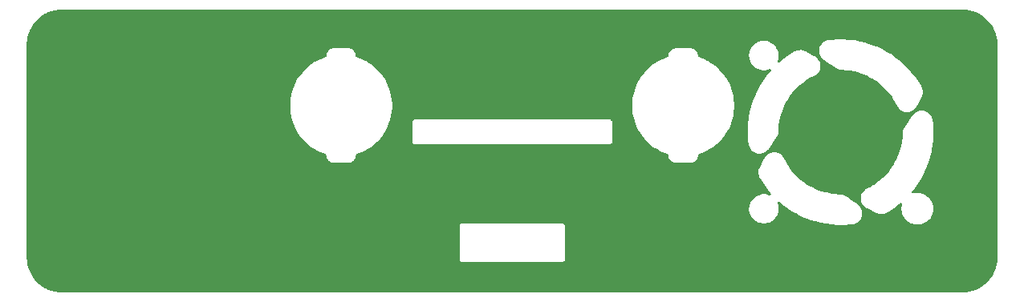
<source format=gbr>
%TF.GenerationSoftware,KiCad,Pcbnew,9.0.0*%
%TF.CreationDate,2025-05-19T23:18:48-04:00*%
%TF.ProjectId,TS_Back_Endcap,54535f42-6163-46b5-9f45-6e646361702e,rev?*%
%TF.SameCoordinates,Original*%
%TF.FileFunction,Copper,L1,Top*%
%TF.FilePolarity,Positive*%
%FSLAX46Y46*%
G04 Gerber Fmt 4.6, Leading zero omitted, Abs format (unit mm)*
G04 Created by KiCad (PCBNEW 9.0.0) date 2025-05-19 23:18:48*
%MOMM*%
%LPD*%
G01*
G04 APERTURE LIST*
%TA.AperFunction,ComponentPad*%
%ADD10C,5.250000*%
%TD*%
%TA.AperFunction,ComponentPad*%
%ADD11C,8.000000*%
%TD*%
%TA.AperFunction,ViaPad*%
%ADD12C,0.508000*%
%TD*%
G04 APERTURE END LIST*
D10*
%TO.P,H1,1,1*%
%TO.N,GND*%
X104000000Y-116000000D03*
%TD*%
D11*
%TO.P,H5,1,1*%
%TO.N,GND*%
X115160000Y-99375000D03*
%TD*%
D10*
%TO.P,H4,1,1*%
%TO.N,GND*%
X104000000Y-93500000D03*
%TD*%
%TO.P,H3,1,1*%
%TO.N,GND*%
X199000000Y-93500000D03*
%TD*%
%TO.P,H2,1,1*%
%TO.N,GND*%
X199000000Y-116000000D03*
%TD*%
D12*
%TO.N,GND*%
X133500000Y-119000000D03*
X131500000Y-90500000D03*
X202000000Y-106750000D03*
X117376780Y-101591780D03*
X107500000Y-90500000D03*
X202000000Y-96750000D03*
X191500000Y-119000000D03*
X171500000Y-90500000D03*
X101625000Y-116000000D03*
X155500000Y-90500000D03*
X171663560Y-105568549D03*
X137500000Y-90500000D03*
X101000000Y-102750000D03*
X101000000Y-104750000D03*
X129500000Y-119000000D03*
X127500000Y-90500000D03*
X113500000Y-90500000D03*
X202000000Y-102750000D03*
X197325000Y-95175000D03*
X187500000Y-90500000D03*
X115500000Y-90500000D03*
X101000000Y-100750000D03*
X139500000Y-119000000D03*
X173500000Y-90500000D03*
X199000000Y-91125000D03*
X200675000Y-91825000D03*
X175500000Y-119000000D03*
X185500000Y-119000000D03*
X157660000Y-114430000D03*
X106375000Y-116000000D03*
X196625000Y-116000000D03*
X111500000Y-90500000D03*
X139535000Y-99946574D03*
X173500000Y-119000000D03*
X102325000Y-91825000D03*
X193500000Y-90500000D03*
X123500000Y-119000000D03*
X183500000Y-119000000D03*
X151510000Y-111780000D03*
X195500000Y-90500000D03*
X177500000Y-90500000D03*
X167500000Y-90500000D03*
X145500000Y-119000000D03*
X121500000Y-90500000D03*
X121500000Y-119000000D03*
X151510000Y-99950000D03*
X167456450Y-105568549D03*
X133500000Y-90500000D03*
X117500000Y-119000000D03*
X181500000Y-119000000D03*
X167456454Y-94341443D03*
X127500000Y-119000000D03*
X139500000Y-90500000D03*
X167500000Y-119000000D03*
X123500000Y-90500000D03*
X113500000Y-119000000D03*
X104000000Y-95875000D03*
X101000000Y-106750000D03*
X112025000Y-99375000D03*
X159500000Y-119000000D03*
X149500000Y-119000000D03*
X105675000Y-95175000D03*
X117500000Y-90500000D03*
X197325000Y-114325000D03*
X107500000Y-119000000D03*
X169500000Y-119000000D03*
X135500000Y-90500000D03*
X149500000Y-90500000D03*
X141500000Y-119000000D03*
X135563553Y-94341440D03*
X197325000Y-91825000D03*
X161500000Y-90500000D03*
X159500000Y-90500000D03*
X199000000Y-113625000D03*
X185500000Y-90500000D03*
X163500000Y-119000000D03*
X202000000Y-110750000D03*
X195500000Y-119000000D03*
X102325000Y-114325000D03*
X161500000Y-119000000D03*
X101000000Y-98750000D03*
X105675000Y-117675000D03*
X202000000Y-108750000D03*
X112943220Y-101591780D03*
X157500000Y-119000000D03*
X184725000Y-96075000D03*
X102325000Y-117675000D03*
X202000000Y-104750000D03*
X165500000Y-119000000D03*
X175635000Y-99946574D03*
X153500000Y-119000000D03*
X129500000Y-90500000D03*
X189500000Y-90500000D03*
X197325000Y-117675000D03*
X200675000Y-114325000D03*
X202000000Y-112750000D03*
X101625000Y-93500000D03*
X119500000Y-119000000D03*
X102325000Y-95175000D03*
X105675000Y-91825000D03*
X115500000Y-119000000D03*
X109500000Y-119000000D03*
X135500000Y-119000000D03*
X151500000Y-119000000D03*
X199000000Y-95875000D03*
X101000000Y-96750000D03*
X109500000Y-90500000D03*
X131356450Y-105568549D03*
X112943220Y-97158220D03*
X147500000Y-119000000D03*
X202000000Y-98750000D03*
X157660000Y-105625000D03*
X135563560Y-105568549D03*
X187500000Y-119000000D03*
X200675000Y-95175000D03*
X171663553Y-94341440D03*
X131500000Y-119000000D03*
X151500000Y-90500000D03*
X187595000Y-109414223D03*
X192819223Y-101299223D03*
X147500000Y-90500000D03*
X111500000Y-119000000D03*
X155500000Y-119000000D03*
X141500000Y-90500000D03*
X125500000Y-119000000D03*
X191500000Y-90500000D03*
X179500000Y-90500000D03*
X127385008Y-99955003D03*
X196625000Y-93500000D03*
X193500000Y-119000000D03*
X181500000Y-90500000D03*
X202000000Y-100750000D03*
X137500000Y-119000000D03*
X153500000Y-90500000D03*
X163500000Y-90500000D03*
X175500000Y-90500000D03*
X119500000Y-90500000D03*
X104000000Y-91125000D03*
X106375000Y-93500000D03*
X201375000Y-93500000D03*
X101000000Y-108750000D03*
X105675000Y-114325000D03*
X199000000Y-118375000D03*
X177500000Y-105568549D03*
X115160000Y-102510000D03*
X189500000Y-119000000D03*
X163485008Y-99955003D03*
X145360000Y-114430000D03*
X101000000Y-110750000D03*
X117376780Y-97158220D03*
X131356454Y-94341443D03*
X177500000Y-119000000D03*
X165500000Y-90500000D03*
X145360000Y-105568549D03*
X201375000Y-116000000D03*
X171500000Y-119000000D03*
X118295000Y-99375000D03*
X157500000Y-90500000D03*
X143500000Y-90500000D03*
X125260000Y-105568549D03*
X101000000Y-112750000D03*
X104000000Y-118375000D03*
X115160000Y-96240000D03*
X104000000Y-113625000D03*
X143500000Y-119000000D03*
X125500000Y-90500000D03*
X179500000Y-119000000D03*
X169500000Y-90500000D03*
X200675000Y-117675000D03*
X183500000Y-90500000D03*
X145500000Y-90500000D03*
%TD*%
%TA.AperFunction,Conductor*%
%TO.N,GND*%
G36*
X199003032Y-89800648D02*
G01*
X199356532Y-89818015D01*
X199368640Y-89819208D01*
X199477576Y-89835367D01*
X199715717Y-89870692D01*
X199727635Y-89873062D01*
X200068008Y-89958321D01*
X200079646Y-89961852D01*
X200409996Y-90080054D01*
X200421237Y-90084710D01*
X200646857Y-90191419D01*
X200738433Y-90234731D01*
X200749150Y-90240459D01*
X201050102Y-90420843D01*
X201060220Y-90427603D01*
X201342049Y-90636622D01*
X201351455Y-90644342D01*
X201611436Y-90879974D01*
X201620025Y-90888563D01*
X201781782Y-91067035D01*
X201855657Y-91148544D01*
X201863377Y-91157950D01*
X202072396Y-91439779D01*
X202079156Y-91449897D01*
X202259533Y-91750837D01*
X202265270Y-91761570D01*
X202415289Y-92078762D01*
X202419945Y-92090003D01*
X202538147Y-92420353D01*
X202541680Y-92431998D01*
X202626934Y-92772351D01*
X202629308Y-92784287D01*
X202680791Y-93131359D01*
X202681984Y-93143468D01*
X202699351Y-93496966D01*
X202699500Y-93503051D01*
X202699500Y-115996948D01*
X202699351Y-116003033D01*
X202681984Y-116356531D01*
X202680791Y-116368640D01*
X202629308Y-116715712D01*
X202626934Y-116727648D01*
X202541680Y-117068001D01*
X202538147Y-117079646D01*
X202419945Y-117409996D01*
X202415289Y-117421237D01*
X202265270Y-117738429D01*
X202259533Y-117749162D01*
X202079156Y-118050102D01*
X202072396Y-118060220D01*
X201863377Y-118342049D01*
X201855657Y-118351455D01*
X201620033Y-118611428D01*
X201611428Y-118620033D01*
X201351455Y-118855657D01*
X201342049Y-118863377D01*
X201060220Y-119072396D01*
X201050102Y-119079156D01*
X200749162Y-119259533D01*
X200738429Y-119265270D01*
X200421237Y-119415289D01*
X200409996Y-119419945D01*
X200079646Y-119538147D01*
X200068001Y-119541680D01*
X199727648Y-119626934D01*
X199715712Y-119629308D01*
X199368640Y-119680791D01*
X199356531Y-119681984D01*
X199023016Y-119698369D01*
X199003031Y-119699351D01*
X198996949Y-119699500D01*
X104003051Y-119699500D01*
X103996968Y-119699351D01*
X103975811Y-119698311D01*
X103643468Y-119681984D01*
X103631359Y-119680791D01*
X103284287Y-119629308D01*
X103272351Y-119626934D01*
X102931998Y-119541680D01*
X102920353Y-119538147D01*
X102590003Y-119419945D01*
X102578762Y-119415289D01*
X102261570Y-119265270D01*
X102250842Y-119259535D01*
X101949897Y-119079156D01*
X101939779Y-119072396D01*
X101657950Y-118863377D01*
X101648544Y-118855657D01*
X101532295Y-118750296D01*
X101388563Y-118620025D01*
X101379974Y-118611436D01*
X101144342Y-118351455D01*
X101136622Y-118342049D01*
X100927603Y-118060220D01*
X100920843Y-118050102D01*
X100740459Y-117749150D01*
X100734729Y-117738429D01*
X100584710Y-117421237D01*
X100580054Y-117409996D01*
X100461852Y-117079646D01*
X100458319Y-117068001D01*
X100373062Y-116727635D01*
X100370691Y-116715712D01*
X100319208Y-116368640D01*
X100318015Y-116356530D01*
X100300649Y-116003032D01*
X100300500Y-115996948D01*
X100300500Y-112640438D01*
X145959500Y-112640438D01*
X145959500Y-116219562D01*
X145973152Y-116270513D01*
X145979979Y-116295990D01*
X145979982Y-116295995D01*
X146019535Y-116364504D01*
X146019539Y-116364509D01*
X146019540Y-116364511D01*
X146075489Y-116420460D01*
X146075491Y-116420461D01*
X146075495Y-116420464D01*
X146144004Y-116460017D01*
X146144011Y-116460021D01*
X146220438Y-116480500D01*
X146220440Y-116480500D01*
X156799560Y-116480500D01*
X156799562Y-116480500D01*
X156875989Y-116460021D01*
X156944511Y-116420460D01*
X157000460Y-116364511D01*
X157040021Y-116295989D01*
X157060500Y-116219562D01*
X157060500Y-112640438D01*
X157040021Y-112564011D01*
X157020674Y-112530500D01*
X157000464Y-112495495D01*
X157000458Y-112495487D01*
X156944512Y-112439541D01*
X156944504Y-112439535D01*
X156875995Y-112399982D01*
X156875990Y-112399979D01*
X156850513Y-112393152D01*
X156799562Y-112379500D01*
X146299562Y-112379500D01*
X146220438Y-112379500D01*
X146182224Y-112389739D01*
X146144009Y-112399979D01*
X146144004Y-112399982D01*
X146075495Y-112439535D01*
X146075487Y-112439541D01*
X146019541Y-112495487D01*
X146019535Y-112495495D01*
X145979982Y-112564004D01*
X145979979Y-112564009D01*
X145966326Y-112614962D01*
X145959500Y-112640438D01*
X100300500Y-112640438D01*
X100300500Y-110732973D01*
X176509500Y-110732973D01*
X176509500Y-110761933D01*
X176509500Y-110977027D01*
X176547679Y-111218076D01*
X176623096Y-111450185D01*
X176698230Y-111597645D01*
X176733896Y-111667642D01*
X176877339Y-111865076D01*
X176877343Y-111865081D01*
X177049918Y-112037656D01*
X177049923Y-112037660D01*
X177159692Y-112117411D01*
X177247361Y-112181106D01*
X177464815Y-112291904D01*
X177696924Y-112367321D01*
X177937973Y-112405500D01*
X177937974Y-112405500D01*
X178182026Y-112405500D01*
X178182027Y-112405500D01*
X178423076Y-112367321D01*
X178655185Y-112291904D01*
X178872639Y-112181106D01*
X179070083Y-112037655D01*
X179242655Y-111865083D01*
X179386106Y-111667639D01*
X179496904Y-111450185D01*
X179572321Y-111218076D01*
X179610500Y-110977027D01*
X179610500Y-110732973D01*
X179572321Y-110491924D01*
X179496904Y-110259815D01*
X179496902Y-110259813D01*
X179495564Y-110255692D01*
X179493569Y-110185851D01*
X179529649Y-110126018D01*
X179592350Y-110095190D01*
X179661764Y-110103155D01*
X179697306Y-110125987D01*
X179731306Y-110157168D01*
X179760508Y-110183949D01*
X180234563Y-110567297D01*
X180601073Y-110827742D01*
X180731529Y-110920445D01*
X180822661Y-110977026D01*
X181249476Y-111242022D01*
X181249478Y-111242023D01*
X181249477Y-111242023D01*
X181432674Y-111340548D01*
X181786409Y-111530790D01*
X182340250Y-111785631D01*
X182908858Y-112005560D01*
X182908867Y-112005562D01*
X182908870Y-112005564D01*
X183010141Y-112037655D01*
X183490036Y-112189727D01*
X184081535Y-112337420D01*
X184681069Y-112448067D01*
X185286321Y-112521242D01*
X185894950Y-112556660D01*
X186504604Y-112554186D01*
X187112926Y-112513828D01*
X187384908Y-112478700D01*
X187385036Y-112478684D01*
X187415231Y-112474815D01*
X187415232Y-112474816D01*
X187515145Y-112462017D01*
X187707545Y-112402291D01*
X187886828Y-112310407D01*
X188047664Y-112189095D01*
X188185274Y-112041960D01*
X188295567Y-111873377D01*
X188375265Y-111688355D01*
X188422000Y-111492393D01*
X188434383Y-111291317D01*
X188422250Y-111182573D01*
X188412045Y-111091105D01*
X188412044Y-111091104D01*
X188412044Y-111091102D01*
X188355649Y-110897700D01*
X188335716Y-110857096D01*
X188301038Y-110786453D01*
X188266873Y-110716857D01*
X188166852Y-110579375D01*
X188148359Y-110553955D01*
X188148357Y-110553952D01*
X188120958Y-110527425D01*
X188003619Y-110413821D01*
X187920237Y-110357308D01*
X187861803Y-110317615D01*
X187167523Y-109846007D01*
X187011620Y-109740106D01*
X188283233Y-109740106D01*
X188283233Y-109740113D01*
X188297175Y-109939823D01*
X188345004Y-110134222D01*
X188345007Y-110134231D01*
X188425321Y-110317610D01*
X188425323Y-110317614D01*
X188535768Y-110484596D01*
X188535771Y-110484599D01*
X188673097Y-110630272D01*
X188833281Y-110750367D01*
X188833282Y-110750368D01*
X188879772Y-110774137D01*
X188879777Y-110774139D01*
X188882603Y-110775584D01*
X188887114Y-110777890D01*
X188887254Y-110778017D01*
X188920604Y-110795017D01*
X188920610Y-110795020D01*
X188920611Y-110795021D01*
X188934183Y-110801945D01*
X188964803Y-110817567D01*
X188973630Y-110822070D01*
X188973863Y-110822166D01*
X189940411Y-111314869D01*
X189940415Y-111314869D01*
X189947735Y-111318601D01*
X189948023Y-111318724D01*
X189990780Y-111340547D01*
X190174165Y-111398639D01*
X190364599Y-111425834D01*
X190556914Y-111421394D01*
X190745891Y-111385441D01*
X190926400Y-111318948D01*
X191008680Y-111272048D01*
X191008680Y-111272049D01*
X191008695Y-111272039D01*
X191009914Y-111271346D01*
X191009913Y-111271345D01*
X191009962Y-111271318D01*
X191013598Y-111269246D01*
X191274803Y-111120499D01*
X191784805Y-110786460D01*
X192273062Y-110421372D01*
X192447259Y-110273380D01*
X192511095Y-110244978D01*
X192580153Y-110255596D01*
X192632508Y-110301864D01*
X192651537Y-110369092D01*
X192647318Y-110399975D01*
X192613167Y-110527426D01*
X192584501Y-110745171D01*
X192584500Y-110745188D01*
X192584500Y-110964811D01*
X192584501Y-110964828D01*
X192613167Y-111182573D01*
X192670014Y-111394729D01*
X192746016Y-111578214D01*
X192754065Y-111597645D01*
X192863884Y-111787855D01*
X192863889Y-111787861D01*
X192863890Y-111787863D01*
X192997588Y-111962102D01*
X192997594Y-111962109D01*
X193152890Y-112117405D01*
X193152896Y-112117410D01*
X193327145Y-112251116D01*
X193517355Y-112360935D01*
X193562175Y-112379500D01*
X193720270Y-112444985D01*
X193720271Y-112444985D01*
X193720273Y-112444986D01*
X193932425Y-112501832D01*
X194150182Y-112530500D01*
X194150189Y-112530500D01*
X194369811Y-112530500D01*
X194369818Y-112530500D01*
X194587575Y-112501832D01*
X194799727Y-112444986D01*
X195002645Y-112360935D01*
X195192855Y-112251116D01*
X195367104Y-112117410D01*
X195522410Y-111962104D01*
X195656116Y-111787855D01*
X195765935Y-111597645D01*
X195849986Y-111394727D01*
X195906832Y-111182575D01*
X195935500Y-110964818D01*
X195935500Y-110745182D01*
X195906832Y-110527425D01*
X195849986Y-110315273D01*
X195840998Y-110293575D01*
X195774995Y-110134228D01*
X195765935Y-110112355D01*
X195656116Y-109922145D01*
X195597693Y-109846007D01*
X195522411Y-109747897D01*
X195522405Y-109747890D01*
X195367109Y-109592594D01*
X195367102Y-109592588D01*
X195192863Y-109458890D01*
X195192861Y-109458889D01*
X195192855Y-109458884D01*
X195002645Y-109349065D01*
X195002641Y-109349063D01*
X194799729Y-109265014D01*
X194587573Y-109208167D01*
X194369828Y-109179501D01*
X194369823Y-109179500D01*
X194369818Y-109179500D01*
X194150182Y-109179500D01*
X194150176Y-109179500D01*
X194150171Y-109179501D01*
X193932426Y-109208167D01*
X193806727Y-109241848D01*
X193736877Y-109240185D01*
X193679015Y-109201022D01*
X193651511Y-109136793D01*
X193663098Y-109067891D01*
X193678211Y-109044107D01*
X193972297Y-108680437D01*
X194325443Y-108183474D01*
X194647022Y-107665524D01*
X194935790Y-107128591D01*
X195190631Y-106574750D01*
X195410560Y-106006142D01*
X195594727Y-105424964D01*
X195742420Y-104833465D01*
X195782485Y-104616378D01*
X195853065Y-104233941D01*
X195853067Y-104233931D01*
X195926242Y-103628679D01*
X195961660Y-103020050D01*
X195959186Y-102410396D01*
X195918828Y-101802074D01*
X195918826Y-101802064D01*
X195918826Y-101802053D01*
X195883677Y-101529913D01*
X195883660Y-101529784D01*
X195879815Y-101499768D01*
X195879816Y-101499768D01*
X195867017Y-101399855D01*
X195846685Y-101334359D01*
X195807293Y-101207461D01*
X195807292Y-101207459D01*
X195807291Y-101207455D01*
X195752766Y-101101066D01*
X195715408Y-101028173D01*
X195715403Y-101028167D01*
X195690027Y-100994523D01*
X195594095Y-100867336D01*
X195446960Y-100729726D01*
X195278377Y-100619433D01*
X195278372Y-100619430D01*
X195093360Y-100539737D01*
X195093357Y-100539736D01*
X195093355Y-100539735D01*
X195093353Y-100539734D01*
X195093349Y-100539733D01*
X194897397Y-100493001D01*
X194897393Y-100493000D01*
X194696317Y-100480617D01*
X194696316Y-100480617D01*
X194696313Y-100480617D01*
X194496105Y-100502954D01*
X194496104Y-100502955D01*
X194302697Y-100559351D01*
X194121858Y-100648126D01*
X194121851Y-100648130D01*
X193958955Y-100766640D01*
X193958946Y-100766648D01*
X193818826Y-100911373D01*
X193818821Y-100911379D01*
X193762470Y-100994523D01*
X193762398Y-100994629D01*
X192964871Y-102168713D01*
X192964793Y-102168828D01*
X192963997Y-102169997D01*
X192963981Y-102170009D01*
X192887108Y-102283118D01*
X192835702Y-102389240D01*
X192816182Y-102429542D01*
X192813111Y-102435881D01*
X192762052Y-102597755D01*
X192762051Y-102597759D01*
X192735011Y-102765323D01*
X192735010Y-102765330D01*
X192733842Y-102847881D01*
X192733688Y-102852535D01*
X192708747Y-103334394D01*
X192707927Y-103343589D01*
X192647491Y-103820016D01*
X192645989Y-103829125D01*
X192550274Y-104299727D01*
X192548099Y-104308699D01*
X192417634Y-104770890D01*
X192414797Y-104779675D01*
X192250308Y-105230871D01*
X192246825Y-105239421D01*
X192049226Y-105677124D01*
X192045117Y-105685391D01*
X191815498Y-106107183D01*
X191810785Y-106115122D01*
X191550413Y-106518673D01*
X191545123Y-106526238D01*
X191255473Y-106909268D01*
X191249634Y-106916420D01*
X190932260Y-107276872D01*
X190925905Y-107283569D01*
X190582606Y-107619396D01*
X190575771Y-107625601D01*
X190208442Y-107934952D01*
X190201164Y-107940632D01*
X189811838Y-108221797D01*
X189804158Y-108226920D01*
X189394982Y-108478345D01*
X189386942Y-108482882D01*
X188958127Y-108704236D01*
X188954249Y-108706152D01*
X188953731Y-108706396D01*
X188913020Y-108725527D01*
X188912766Y-108725764D01*
X188903780Y-108730013D01*
X188903750Y-108730017D01*
X188903650Y-108730075D01*
X188865492Y-108748060D01*
X188783508Y-108805502D01*
X188701527Y-108862942D01*
X188701525Y-108862944D01*
X188559582Y-109004125D01*
X188559582Y-109004126D01*
X188443824Y-109167470D01*
X188443821Y-109167474D01*
X188357653Y-109348170D01*
X188357651Y-109348175D01*
X188303590Y-109540942D01*
X188283233Y-109740106D01*
X187011620Y-109740106D01*
X186749135Y-109561806D01*
X186749120Y-109561796D01*
X186748267Y-109561216D01*
X186745088Y-109559056D01*
X186745073Y-109559037D01*
X186631881Y-109482108D01*
X186575608Y-109454850D01*
X186479122Y-109408112D01*
X186365921Y-109372406D01*
X186317244Y-109357052D01*
X186317240Y-109357051D01*
X186149676Y-109330011D01*
X186149669Y-109330010D01*
X186081536Y-109329046D01*
X186067106Y-109328841D01*
X186062464Y-109328688D01*
X185580605Y-109303747D01*
X185571410Y-109302927D01*
X185094983Y-109242491D01*
X185085874Y-109240989D01*
X184615272Y-109145274D01*
X184606300Y-109143099D01*
X184144109Y-109012634D01*
X184135324Y-109009797D01*
X183684128Y-108845308D01*
X183675578Y-108841825D01*
X183237875Y-108644226D01*
X183229608Y-108640117D01*
X182807816Y-108410498D01*
X182799877Y-108405785D01*
X182396326Y-108145413D01*
X182388768Y-108140128D01*
X182005717Y-107850462D01*
X181998579Y-107844634D01*
X181638127Y-107527260D01*
X181631430Y-107520905D01*
X181396097Y-107280336D01*
X181295600Y-107177602D01*
X181289398Y-107170771D01*
X181253876Y-107128591D01*
X180980042Y-106803436D01*
X180974367Y-106796164D01*
X180693196Y-106406829D01*
X180688085Y-106399168D01*
X180436654Y-105989982D01*
X180432117Y-105981942D01*
X180333316Y-105790541D01*
X180210753Y-105553107D01*
X180208845Y-105549246D01*
X180189473Y-105508020D01*
X180189232Y-105507764D01*
X180184959Y-105498725D01*
X180184953Y-105498691D01*
X180184895Y-105498589D01*
X180166942Y-105460497D01*
X180166939Y-105460493D01*
X180166938Y-105460490D01*
X180052058Y-105296527D01*
X179910875Y-105154583D01*
X179747531Y-105038825D01*
X179747529Y-105038824D01*
X179747525Y-105038821D01*
X179566829Y-104952653D01*
X179566824Y-104952651D01*
X179374057Y-104898590D01*
X179174893Y-104878233D01*
X179174886Y-104878233D01*
X178975176Y-104892175D01*
X178780777Y-104940004D01*
X178780768Y-104940007D01*
X178597389Y-105020321D01*
X178597384Y-105020324D01*
X178430403Y-105130768D01*
X178430400Y-105130771D01*
X178284727Y-105268097D01*
X178164634Y-105428279D01*
X178164632Y-105428282D01*
X178140807Y-105474876D01*
X178140808Y-105474877D01*
X178137107Y-105482114D01*
X178136983Y-105482254D01*
X178119063Y-105517407D01*
X178093185Y-105568129D01*
X178093085Y-105568368D01*
X177641658Y-106453945D01*
X177641587Y-106454019D01*
X177574361Y-106585800D01*
X177516302Y-106769189D01*
X177489135Y-106959619D01*
X177493593Y-107151936D01*
X177529555Y-107340894D01*
X177529557Y-107340899D01*
X177596050Y-107521397D01*
X177596051Y-107521399D01*
X177642642Y-107603138D01*
X177642659Y-107603168D01*
X177649456Y-107615100D01*
X177649464Y-107615114D01*
X177794494Y-107869792D01*
X177794499Y-107869800D01*
X177794501Y-107869803D01*
X178128540Y-108379805D01*
X178493628Y-108868062D01*
X178519396Y-108898393D01*
X178794427Y-109222128D01*
X178822830Y-109285964D01*
X178812212Y-109355022D01*
X178765944Y-109407377D01*
X178698716Y-109426406D01*
X178660163Y-109418542D01*
X178659819Y-109419602D01*
X178655186Y-109418096D01*
X178655185Y-109418096D01*
X178423076Y-109342679D01*
X178423074Y-109342678D01*
X178423072Y-109342678D01*
X178254769Y-109316021D01*
X178182027Y-109304500D01*
X177937973Y-109304500D01*
X177882093Y-109313350D01*
X177696927Y-109342678D01*
X177464812Y-109418097D01*
X177247357Y-109528896D01*
X177049923Y-109672339D01*
X177049918Y-109672343D01*
X176877343Y-109844918D01*
X176877339Y-109844923D01*
X176733896Y-110042357D01*
X176623097Y-110259812D01*
X176547678Y-110491927D01*
X176512053Y-110716857D01*
X176509500Y-110732973D01*
X100300500Y-110732973D01*
X100300500Y-99732808D01*
X128084494Y-99732808D01*
X128084494Y-100177191D01*
X128121165Y-100620042D01*
X128121166Y-100620048D01*
X128121167Y-100620055D01*
X128125849Y-100648130D01*
X128194264Y-101058384D01*
X128303281Y-101489172D01*
X128303282Y-101489177D01*
X128447481Y-101909505D01*
X128447484Y-101909513D01*
X128625884Y-102316517D01*
X128806831Y-102651130D01*
X128837261Y-102707402D01*
X129080177Y-103079513D01*
X129352972Y-103430307D01*
X129653787Y-103757391D01*
X129653791Y-103757395D01*
X129653795Y-103757399D01*
X129980574Y-104058539D01*
X129980580Y-104058544D01*
X130331076Y-104331674D01*
X130331082Y-104331678D01*
X130331085Y-104331680D01*
X130331089Y-104331683D01*
X130702956Y-104574972D01*
X131093631Y-104786742D01*
X131500451Y-104965549D01*
X131500458Y-104965551D01*
X131500470Y-104965556D01*
X131825855Y-105077549D01*
X131882839Y-105117979D01*
X131908918Y-105182799D01*
X131909500Y-105194798D01*
X131909500Y-105293846D01*
X131940261Y-105448489D01*
X131940264Y-105448501D01*
X132000602Y-105594172D01*
X132000609Y-105594185D01*
X132088210Y-105725288D01*
X132088213Y-105725292D01*
X132199707Y-105836786D01*
X132199711Y-105836789D01*
X132330814Y-105924390D01*
X132330827Y-105924397D01*
X132469755Y-105981942D01*
X132476503Y-105984737D01*
X132631153Y-106015499D01*
X132631156Y-106015500D01*
X132631158Y-106015500D01*
X134288844Y-106015500D01*
X134288845Y-106015499D01*
X134443497Y-105984737D01*
X134589179Y-105924394D01*
X134720289Y-105836789D01*
X134831789Y-105725289D01*
X134919394Y-105594179D01*
X134979737Y-105448497D01*
X135010500Y-105293842D01*
X135010500Y-105215000D01*
X135010500Y-105194798D01*
X135030185Y-105127759D01*
X135082989Y-105082004D01*
X135094145Y-105077549D01*
X135419529Y-104965556D01*
X135419531Y-104965554D01*
X135419549Y-104965549D01*
X135826369Y-104786742D01*
X136217044Y-104574972D01*
X136588911Y-104331683D01*
X136588923Y-104331674D01*
X136939419Y-104058544D01*
X136939425Y-104058539D01*
X136939425Y-104058538D01*
X136939430Y-104058535D01*
X137266213Y-103757391D01*
X137567028Y-103430307D01*
X137839823Y-103079513D01*
X138082739Y-102707402D01*
X138294117Y-102316514D01*
X138472515Y-101909515D01*
X138547673Y-101690437D01*
X140959500Y-101690437D01*
X140959500Y-103769562D01*
X140973019Y-103820016D01*
X140979979Y-103845990D01*
X140979982Y-103845995D01*
X141019535Y-103914504D01*
X141019539Y-103914509D01*
X141019540Y-103914511D01*
X141075489Y-103970460D01*
X141075491Y-103970461D01*
X141075495Y-103970464D01*
X141144004Y-104010017D01*
X141144011Y-104010021D01*
X141220438Y-104030500D01*
X141220440Y-104030500D01*
X161799560Y-104030500D01*
X161799562Y-104030500D01*
X161875989Y-104010021D01*
X161944511Y-103970460D01*
X162000460Y-103914511D01*
X162040021Y-103845989D01*
X162060500Y-103769562D01*
X162060500Y-103690438D01*
X162060500Y-101690437D01*
X162040021Y-101614010D01*
X162018340Y-101576457D01*
X162000464Y-101545494D01*
X162000458Y-101545486D01*
X161944512Y-101489540D01*
X161944504Y-101489534D01*
X161875995Y-101449981D01*
X161875990Y-101449978D01*
X161850513Y-101443151D01*
X161799562Y-101429499D01*
X141299562Y-101429499D01*
X141220438Y-101429499D01*
X141182224Y-101439738D01*
X141144009Y-101449978D01*
X141144004Y-101449981D01*
X141075495Y-101489534D01*
X141075487Y-101489540D01*
X141019541Y-101545486D01*
X141019535Y-101545494D01*
X140979982Y-101614003D01*
X140979979Y-101614008D01*
X140972460Y-101642071D01*
X140959500Y-101690437D01*
X138547673Y-101690437D01*
X138616716Y-101489182D01*
X138725736Y-101058382D01*
X138798833Y-100620055D01*
X138835506Y-100177190D01*
X138835506Y-99732810D01*
X138835506Y-99732808D01*
X164184494Y-99732808D01*
X164184494Y-100177191D01*
X164221165Y-100620042D01*
X164221166Y-100620048D01*
X164221167Y-100620055D01*
X164225849Y-100648130D01*
X164294264Y-101058384D01*
X164403281Y-101489172D01*
X164403282Y-101489177D01*
X164547481Y-101909505D01*
X164547484Y-101909513D01*
X164725884Y-102316517D01*
X164906831Y-102651130D01*
X164937261Y-102707402D01*
X165180177Y-103079513D01*
X165452972Y-103430307D01*
X165753787Y-103757391D01*
X165753791Y-103757395D01*
X165753795Y-103757399D01*
X166080574Y-104058539D01*
X166080580Y-104058544D01*
X166431076Y-104331674D01*
X166431082Y-104331678D01*
X166431085Y-104331680D01*
X166431089Y-104331683D01*
X166802956Y-104574972D01*
X167193631Y-104786742D01*
X167600451Y-104965549D01*
X167600458Y-104965551D01*
X167600470Y-104965556D01*
X167925855Y-105077549D01*
X167982839Y-105117979D01*
X168008918Y-105182799D01*
X168009500Y-105194798D01*
X168009500Y-105293846D01*
X168040261Y-105448489D01*
X168040264Y-105448501D01*
X168100602Y-105594172D01*
X168100609Y-105594185D01*
X168188210Y-105725288D01*
X168188213Y-105725292D01*
X168299707Y-105836786D01*
X168299711Y-105836789D01*
X168430814Y-105924390D01*
X168430827Y-105924397D01*
X168569755Y-105981942D01*
X168576503Y-105984737D01*
X168731153Y-106015499D01*
X168731156Y-106015500D01*
X168731158Y-106015500D01*
X170388844Y-106015500D01*
X170388845Y-106015499D01*
X170543497Y-105984737D01*
X170689179Y-105924394D01*
X170820289Y-105836789D01*
X170931789Y-105725289D01*
X171019394Y-105594179D01*
X171079737Y-105448497D01*
X171110500Y-105293842D01*
X171110500Y-105215000D01*
X171110500Y-105194798D01*
X171130185Y-105127759D01*
X171182989Y-105082004D01*
X171194145Y-105077549D01*
X171519529Y-104965556D01*
X171519531Y-104965554D01*
X171519549Y-104965549D01*
X171926369Y-104786742D01*
X172317044Y-104574972D01*
X172688911Y-104331683D01*
X172688923Y-104331674D01*
X173039419Y-104058544D01*
X173039425Y-104058539D01*
X173039425Y-104058538D01*
X173039430Y-104058535D01*
X173366213Y-103757391D01*
X173667028Y-103430307D01*
X173939823Y-103079513D01*
X174182739Y-102707402D01*
X174300328Y-102489953D01*
X176358339Y-102489953D01*
X176360814Y-103099612D01*
X176401172Y-103707932D01*
X176436223Y-103979314D01*
X176436239Y-103979441D01*
X176452982Y-104110140D01*
X176452985Y-104110155D01*
X176512706Y-104302538D01*
X176512709Y-104302545D01*
X176604591Y-104481826D01*
X176604593Y-104481828D01*
X176725905Y-104642664D01*
X176873040Y-104780274D01*
X177041623Y-104890567D01*
X177041625Y-104890568D01*
X177041627Y-104890569D01*
X177089609Y-104911237D01*
X177226645Y-104970265D01*
X177422607Y-105017000D01*
X177623683Y-105029383D01*
X177734685Y-105016998D01*
X177823894Y-105007045D01*
X177823894Y-105007044D01*
X177823898Y-105007044D01*
X178017300Y-104950649D01*
X178198143Y-104861873D01*
X178361049Y-104743356D01*
X178501179Y-104598619D01*
X178557692Y-104515237D01*
X178557708Y-104515247D01*
X178557782Y-104515104D01*
X178559303Y-104512865D01*
X179352345Y-103345382D01*
X179355953Y-103340076D01*
X179355969Y-103340062D01*
X179385183Y-103297076D01*
X179385184Y-103297077D01*
X179432890Y-103226884D01*
X179506888Y-103074122D01*
X179557948Y-102912243D01*
X179584989Y-102744670D01*
X179586157Y-102662112D01*
X179586311Y-102657474D01*
X179586640Y-102651130D01*
X179611252Y-102175598D01*
X179612072Y-102166410D01*
X179629313Y-102030499D01*
X179672511Y-101689959D01*
X179674005Y-101680898D01*
X179769726Y-101210265D01*
X179771900Y-101201300D01*
X179785762Y-101152192D01*
X179902371Y-100739088D01*
X179905194Y-100730346D01*
X180069699Y-100279107D01*
X180073165Y-100270599D01*
X180270783Y-99832853D01*
X180274871Y-99824629D01*
X180504504Y-99402809D01*
X180509214Y-99394877D01*
X180576909Y-99289957D01*
X180769591Y-98991318D01*
X180774858Y-98983786D01*
X181064550Y-98600700D01*
X181070354Y-98593592D01*
X181387751Y-98233114D01*
X181394081Y-98226443D01*
X181737409Y-97890587D01*
X181744211Y-97884413D01*
X182111576Y-97575031D01*
X182118815Y-97569382D01*
X182508182Y-97288187D01*
X182515819Y-97283093D01*
X182925027Y-97031647D01*
X182933046Y-97027123D01*
X183361699Y-96805853D01*
X183365537Y-96803956D01*
X183369056Y-96802291D01*
X183406980Y-96784473D01*
X183407217Y-96784249D01*
X183421488Y-96777501D01*
X183421932Y-96777292D01*
X183421992Y-96777283D01*
X183422063Y-96777230D01*
X183454510Y-96761938D01*
X183618473Y-96647058D01*
X183760417Y-96505875D01*
X183876175Y-96342531D01*
X183962349Y-96161824D01*
X184016409Y-95969058D01*
X184036767Y-95769893D01*
X184022825Y-95570177D01*
X183974994Y-95375772D01*
X183894677Y-95192386D01*
X183784232Y-95025404D01*
X183646903Y-94879728D01*
X183545444Y-94803661D01*
X183486722Y-94759635D01*
X183486583Y-94759564D01*
X183484126Y-94758308D01*
X183439848Y-94735621D01*
X183439807Y-94735582D01*
X183416173Y-94723535D01*
X183398917Y-94714738D01*
X183346792Y-94688144D01*
X183346546Y-94688042D01*
X182889650Y-94455137D01*
X182453466Y-94232790D01*
X182425792Y-94218683D01*
X183885617Y-94218683D01*
X183885617Y-94218686D01*
X183907954Y-94418894D01*
X183907955Y-94418895D01*
X183964351Y-94612302D01*
X184053126Y-94793141D01*
X184053130Y-94793148D01*
X184171640Y-94956044D01*
X184171642Y-94956047D01*
X184171643Y-94956048D01*
X184171644Y-94956049D01*
X184316381Y-95096179D01*
X184325842Y-95102591D01*
X184399629Y-95152601D01*
X184399736Y-95152674D01*
X184728179Y-95375777D01*
X185571445Y-95948587D01*
X185574951Y-95950972D01*
X185574963Y-95950986D01*
X185617923Y-95980183D01*
X185617923Y-95980184D01*
X185688116Y-96027890D01*
X185840878Y-96101888D01*
X186002757Y-96152948D01*
X186170330Y-96179989D01*
X186251941Y-96181143D01*
X186252864Y-96181157D01*
X186257518Y-96181311D01*
X186355879Y-96186402D01*
X186739396Y-96206252D01*
X186748585Y-96207071D01*
X187225035Y-96267511D01*
X187234105Y-96269006D01*
X187659429Y-96355512D01*
X187704727Y-96364725D01*
X187713698Y-96366899D01*
X188175903Y-96497369D01*
X188184661Y-96500197D01*
X188635883Y-96664696D01*
X188644409Y-96668169D01*
X189082135Y-96865778D01*
X189090380Y-96869876D01*
X189275110Y-96970441D01*
X189512183Y-97099501D01*
X189520122Y-97104214D01*
X189923673Y-97364586D01*
X189931226Y-97369867D01*
X190314285Y-97659540D01*
X190321420Y-97665365D01*
X190681872Y-97982739D01*
X190688569Y-97989094D01*
X190946841Y-98253113D01*
X191024396Y-98332393D01*
X191030599Y-98339226D01*
X191066133Y-98381420D01*
X191339952Y-98706557D01*
X191345630Y-98713832D01*
X191606719Y-99075360D01*
X191626797Y-99103161D01*
X191631920Y-99110841D01*
X191883345Y-99520017D01*
X191887882Y-99528057D01*
X192109232Y-99956865D01*
X192111147Y-99960739D01*
X192111347Y-99961164D01*
X192130527Y-100001980D01*
X192130769Y-100002238D01*
X192135022Y-100011233D01*
X192135026Y-100011263D01*
X192135079Y-100011355D01*
X192153078Y-100049530D01*
X192153079Y-100049532D01*
X192177960Y-100085036D01*
X192267967Y-100213475D01*
X192409153Y-100355401D01*
X192572495Y-100471144D01*
X192753196Y-100557306D01*
X192945953Y-100611358D01*
X193145107Y-100631713D01*
X193344813Y-100617774D01*
X193539209Y-100569949D01*
X193722587Y-100489644D01*
X193889567Y-100379214D01*
X194035245Y-100241902D01*
X194155346Y-100081738D01*
X194182880Y-100027897D01*
X194183017Y-100027746D01*
X194200923Y-99992620D01*
X194222557Y-99950227D01*
X194222557Y-99950224D01*
X194226917Y-99941682D01*
X194227040Y-99941383D01*
X194719869Y-98974589D01*
X194719869Y-98974585D01*
X194723630Y-98967209D01*
X194723751Y-98966923D01*
X194745547Y-98924220D01*
X194803639Y-98740835D01*
X194830834Y-98550401D01*
X194826394Y-98358086D01*
X194790441Y-98169109D01*
X194723948Y-97988600D01*
X194677048Y-97906319D01*
X194676346Y-97905086D01*
X194676345Y-97905086D01*
X194676318Y-97905038D01*
X194659807Y-97876046D01*
X194659806Y-97876044D01*
X194659805Y-97876043D01*
X194658591Y-97873912D01*
X194567808Y-97714492D01*
X194525501Y-97640200D01*
X194348445Y-97369876D01*
X194191460Y-97130195D01*
X193826372Y-96641938D01*
X193599211Y-96374551D01*
X193431655Y-96177323D01*
X193008810Y-95738121D01*
X193008806Y-95738117D01*
X192559500Y-95326058D01*
X192559492Y-95326051D01*
X192484072Y-95265062D01*
X192085437Y-94942703D01*
X191765286Y-94715201D01*
X191588470Y-94589554D01*
X191070521Y-94267976D01*
X191070522Y-94267976D01*
X190533604Y-93979217D01*
X190533591Y-93979210D01*
X190027597Y-93746385D01*
X189979755Y-93724371D01*
X189938150Y-93708279D01*
X189411142Y-93504440D01*
X189411141Y-93504439D01*
X189411129Y-93504435D01*
X188936393Y-93353999D01*
X188829964Y-93320273D01*
X188753482Y-93301176D01*
X188238463Y-93172579D01*
X187638941Y-93061934D01*
X187033672Y-92988757D01*
X186425043Y-92953339D01*
X185815387Y-92955814D01*
X185207067Y-92996172D01*
X185207064Y-92996173D01*
X184934028Y-93031436D01*
X184933901Y-93031452D01*
X184804858Y-93047982D01*
X184804844Y-93047985D01*
X184612461Y-93107706D01*
X184612454Y-93107709D01*
X184433173Y-93199591D01*
X184433167Y-93199596D01*
X184272338Y-93320903D01*
X184134725Y-93468041D01*
X184024433Y-93636622D01*
X184024430Y-93636627D01*
X183944737Y-93821639D01*
X183944733Y-93821650D01*
X183905709Y-93985282D01*
X183898000Y-94017607D01*
X183887318Y-94191056D01*
X183885617Y-94218683D01*
X182425792Y-94218683D01*
X182372476Y-94191505D01*
X182372176Y-94191376D01*
X182329222Y-94169453D01*
X182145842Y-94111363D01*
X182145840Y-94111362D01*
X182145835Y-94111361D01*
X181955401Y-94084166D01*
X181955400Y-94084166D01*
X181763089Y-94088605D01*
X181763083Y-94088606D01*
X181574113Y-94124558D01*
X181574111Y-94124558D01*
X181574109Y-94124559D01*
X181393600Y-94191052D01*
X181393595Y-94191054D01*
X181393592Y-94191056D01*
X181345123Y-94218683D01*
X181311319Y-94237951D01*
X181311312Y-94237955D01*
X181311311Y-94237955D01*
X181309539Y-94238965D01*
X181309464Y-94239007D01*
X181309465Y-94239008D01*
X181306403Y-94240752D01*
X181045207Y-94389494D01*
X180825189Y-94533601D01*
X180547865Y-94715242D01*
X180535203Y-94723535D01*
X180535186Y-94723546D01*
X180224245Y-94956049D01*
X180063946Y-95075911D01*
X180046933Y-95088632D01*
X179692871Y-95389427D01*
X179629035Y-95417830D01*
X179559977Y-95407212D01*
X179507622Y-95360944D01*
X179488593Y-95293715D01*
X179496466Y-95255166D01*
X179495398Y-95254819D01*
X179496904Y-95250185D01*
X179572321Y-95018076D01*
X179610500Y-94777027D01*
X179610500Y-94532973D01*
X179572321Y-94291924D01*
X179496904Y-94059815D01*
X179386106Y-93842361D01*
X179316376Y-93746385D01*
X179242660Y-93644923D01*
X179242656Y-93644918D01*
X179070081Y-93472343D01*
X179070076Y-93472339D01*
X178872642Y-93328896D01*
X178872641Y-93328895D01*
X178872639Y-93328894D01*
X178655185Y-93218096D01*
X178423076Y-93142679D01*
X178423074Y-93142678D01*
X178423072Y-93142678D01*
X178254769Y-93116021D01*
X178182027Y-93104500D01*
X177937973Y-93104500D01*
X177882093Y-93113350D01*
X177696927Y-93142678D01*
X177464812Y-93218097D01*
X177247357Y-93328896D01*
X177049923Y-93472339D01*
X177049918Y-93472343D01*
X176877343Y-93644918D01*
X176877339Y-93644923D01*
X176733896Y-93842357D01*
X176623097Y-94059812D01*
X176547678Y-94291927D01*
X176527568Y-94418895D01*
X176509500Y-94532973D01*
X176509500Y-94561933D01*
X176509500Y-94777027D01*
X176517573Y-94827995D01*
X176535740Y-94942701D01*
X176547679Y-95018076D01*
X176623096Y-95250185D01*
X176724424Y-95449054D01*
X176733896Y-95467642D01*
X176877339Y-95665076D01*
X176877343Y-95665081D01*
X177049918Y-95837656D01*
X177049923Y-95837660D01*
X177222136Y-95962779D01*
X177247361Y-95981106D01*
X177464815Y-96091904D01*
X177696924Y-96167321D01*
X177937973Y-96205500D01*
X177937974Y-96205500D01*
X178182026Y-96205500D01*
X178182027Y-96205500D01*
X178423076Y-96167321D01*
X178655185Y-96091904D01*
X178655188Y-96091902D01*
X178659307Y-96090564D01*
X178729148Y-96088569D01*
X178788981Y-96124649D01*
X178819809Y-96187350D01*
X178811844Y-96256764D01*
X178789013Y-96292306D01*
X178731047Y-96355512D01*
X178347701Y-96829565D01*
X177994554Y-97326529D01*
X177672976Y-97844478D01*
X177384217Y-98381395D01*
X177384205Y-98381420D01*
X177129371Y-98935244D01*
X176909435Y-99503870D01*
X176725277Y-100085023D01*
X176725267Y-100085059D01*
X176577579Y-100676536D01*
X176466934Y-101276058D01*
X176393757Y-101881327D01*
X176358339Y-102489953D01*
X174300328Y-102489953D01*
X174329568Y-102435881D01*
X174332996Y-102429542D01*
X174394115Y-102316517D01*
X174394117Y-102316514D01*
X174572515Y-101909515D01*
X174716716Y-101489182D01*
X174825736Y-101058382D01*
X174898833Y-100620055D01*
X174935506Y-100177190D01*
X174935506Y-99732810D01*
X174898833Y-99289945D01*
X174825736Y-98851618D01*
X174716716Y-98420818D01*
X174572515Y-98000485D01*
X174394117Y-97593486D01*
X174182739Y-97202598D01*
X173939823Y-96830487D01*
X173667028Y-96479693D01*
X173366213Y-96152609D01*
X173366207Y-96152604D01*
X173366204Y-96152600D01*
X173039425Y-95851460D01*
X173039419Y-95851455D01*
X172688923Y-95578325D01*
X172688917Y-95578321D01*
X172356657Y-95360944D01*
X172317044Y-95335028D01*
X171926369Y-95123258D01*
X171879348Y-95102591D01*
X171519555Y-94944453D01*
X171519536Y-94944445D01*
X171194144Y-94832450D01*
X171137161Y-94792019D01*
X171111082Y-94727199D01*
X171110500Y-94715201D01*
X171110500Y-94616155D01*
X171110499Y-94616153D01*
X171105208Y-94589554D01*
X171079737Y-94461503D01*
X171062090Y-94418898D01*
X171019397Y-94315827D01*
X171019390Y-94315814D01*
X170931789Y-94184711D01*
X170931786Y-94184707D01*
X170820292Y-94073213D01*
X170820288Y-94073210D01*
X170689185Y-93985609D01*
X170689172Y-93985602D01*
X170543501Y-93925264D01*
X170543489Y-93925261D01*
X170388845Y-93894500D01*
X170388842Y-93894500D01*
X170349562Y-93894500D01*
X168857595Y-93894500D01*
X168810000Y-93894500D01*
X168731158Y-93894500D01*
X168731155Y-93894500D01*
X168576510Y-93925261D01*
X168576498Y-93925264D01*
X168430827Y-93985602D01*
X168430814Y-93985609D01*
X168299711Y-94073210D01*
X168299707Y-94073213D01*
X168188213Y-94184707D01*
X168188210Y-94184711D01*
X168100609Y-94315814D01*
X168100602Y-94315827D01*
X168040264Y-94461498D01*
X168040261Y-94461510D01*
X168009500Y-94616153D01*
X168009500Y-94715201D01*
X167989815Y-94782240D01*
X167937011Y-94827995D01*
X167925856Y-94832450D01*
X167600463Y-94944445D01*
X167600444Y-94944453D01*
X167193631Y-95123258D01*
X167193630Y-95123258D01*
X166961427Y-95249127D01*
X166817564Y-95327110D01*
X166802949Y-95335032D01*
X166431082Y-95578321D01*
X166431076Y-95578325D01*
X166080580Y-95851455D01*
X166080574Y-95851460D01*
X165753795Y-96152600D01*
X165753786Y-96152610D01*
X165452972Y-96479692D01*
X165180894Y-96829565D01*
X165180177Y-96830487D01*
X165154460Y-96869882D01*
X164937259Y-97202601D01*
X164937256Y-97202606D01*
X164725884Y-97593482D01*
X164547484Y-98000486D01*
X164547481Y-98000494D01*
X164403282Y-98420822D01*
X164403281Y-98420827D01*
X164294264Y-98851615D01*
X164221166Y-99289951D01*
X164221165Y-99289957D01*
X164184494Y-99732808D01*
X138835506Y-99732808D01*
X138798833Y-99289945D01*
X138725736Y-98851618D01*
X138616716Y-98420818D01*
X138472515Y-98000485D01*
X138294117Y-97593486D01*
X138082739Y-97202598D01*
X137839823Y-96830487D01*
X137567028Y-96479693D01*
X137266213Y-96152609D01*
X137266207Y-96152604D01*
X137266204Y-96152600D01*
X136939425Y-95851460D01*
X136939419Y-95851455D01*
X136588923Y-95578325D01*
X136588917Y-95578321D01*
X136256657Y-95360944D01*
X136217044Y-95335028D01*
X135826369Y-95123258D01*
X135779348Y-95102591D01*
X135419555Y-94944453D01*
X135419536Y-94944445D01*
X135094144Y-94832450D01*
X135037161Y-94792019D01*
X135011082Y-94727199D01*
X135010500Y-94715201D01*
X135010500Y-94616155D01*
X135010499Y-94616153D01*
X135005208Y-94589554D01*
X134979737Y-94461503D01*
X134962090Y-94418898D01*
X134919397Y-94315827D01*
X134919390Y-94315814D01*
X134831789Y-94184711D01*
X134831786Y-94184707D01*
X134720292Y-94073213D01*
X134720288Y-94073210D01*
X134589185Y-93985609D01*
X134589172Y-93985602D01*
X134443501Y-93925264D01*
X134443489Y-93925261D01*
X134288845Y-93894500D01*
X134288842Y-93894500D01*
X134249562Y-93894500D01*
X132757595Y-93894500D01*
X132710000Y-93894500D01*
X132631158Y-93894500D01*
X132631155Y-93894500D01*
X132476510Y-93925261D01*
X132476498Y-93925264D01*
X132330827Y-93985602D01*
X132330814Y-93985609D01*
X132199711Y-94073210D01*
X132199707Y-94073213D01*
X132088213Y-94184707D01*
X132088210Y-94184711D01*
X132000609Y-94315814D01*
X132000602Y-94315827D01*
X131940264Y-94461498D01*
X131940261Y-94461510D01*
X131909500Y-94616153D01*
X131909500Y-94715201D01*
X131889815Y-94782240D01*
X131837011Y-94827995D01*
X131825856Y-94832450D01*
X131500463Y-94944445D01*
X131500444Y-94944453D01*
X131093631Y-95123258D01*
X131093630Y-95123258D01*
X130861427Y-95249127D01*
X130717564Y-95327110D01*
X130702949Y-95335032D01*
X130331082Y-95578321D01*
X130331076Y-95578325D01*
X129980580Y-95851455D01*
X129980574Y-95851460D01*
X129653795Y-96152600D01*
X129653786Y-96152610D01*
X129352972Y-96479692D01*
X129080894Y-96829565D01*
X129080177Y-96830487D01*
X129054460Y-96869882D01*
X128837259Y-97202601D01*
X128837256Y-97202606D01*
X128625884Y-97593482D01*
X128447484Y-98000486D01*
X128447481Y-98000494D01*
X128303282Y-98420822D01*
X128303281Y-98420827D01*
X128194264Y-98851615D01*
X128121166Y-99289951D01*
X128121165Y-99289957D01*
X128084494Y-99732808D01*
X100300500Y-99732808D01*
X100300500Y-93503051D01*
X100300649Y-93496967D01*
X100309330Y-93320267D01*
X100318015Y-93143465D01*
X100319208Y-93131359D01*
X100345248Y-92955814D01*
X100370692Y-92784278D01*
X100373061Y-92772367D01*
X100458322Y-92431986D01*
X100461852Y-92420353D01*
X100580054Y-92090003D01*
X100584710Y-92078762D01*
X100619835Y-92004495D01*
X100734735Y-91761557D01*
X100740454Y-91750857D01*
X100920851Y-91449884D01*
X100927594Y-91439791D01*
X101136630Y-91157939D01*
X101144333Y-91148554D01*
X101379983Y-90888553D01*
X101388553Y-90879983D01*
X101648554Y-90644333D01*
X101657939Y-90636630D01*
X101939791Y-90427594D01*
X101949884Y-90420851D01*
X102250857Y-90240454D01*
X102261557Y-90234735D01*
X102578762Y-90084710D01*
X102589999Y-90080055D01*
X102920361Y-89961849D01*
X102931986Y-89958322D01*
X103272367Y-89873061D01*
X103284278Y-89870692D01*
X103631359Y-89819207D01*
X103643465Y-89818015D01*
X103996967Y-89800648D01*
X104003051Y-89800500D01*
X104047595Y-89800500D01*
X198952405Y-89800500D01*
X198996949Y-89800500D01*
X199003032Y-89800648D01*
G37*
%TD.AperFunction*%
%TD*%
M02*

</source>
